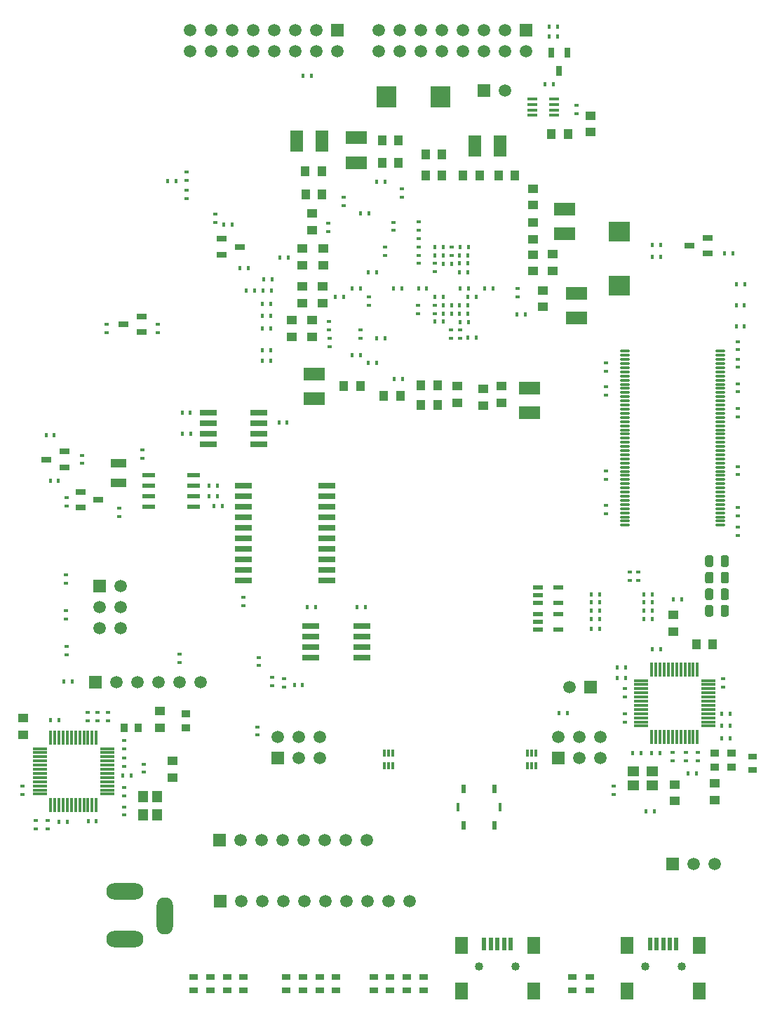
<source format=gbr>
G04 #@! TF.GenerationSoftware,KiCad,Pcbnew,(5.1.6)-1*
G04 #@! TF.CreationDate,2020-09-23T13:58:02+03:00*
G04 #@! TF.ProjectId,Cryptech Alpha,43727970-7465-4636-9820-416c7068612e,rev?*
G04 #@! TF.SameCoordinates,Original*
G04 #@! TF.FileFunction,Paste,Top*
G04 #@! TF.FilePolarity,Positive*
%FSLAX46Y46*%
G04 Gerber Fmt 4.6, Leading zero omitted, Abs format (unit mm)*
G04 Created by KiCad (PCBNEW (5.1.6)-1) date 2020-09-23 13:58:02*
%MOMM*%
%LPD*%
G01*
G04 APERTURE LIST*
%ADD10R,1.219200X0.508000*%
%ADD11R,0.450000X1.016000*%
%ADD12R,0.609600X1.016000*%
%ADD13R,1.000000X0.800000*%
%ADD14C,1.500000*%
%ADD15R,1.500000X1.500000*%
%ADD16R,0.450000X0.600000*%
%ADD17R,0.600000X0.450000*%
%ADD18R,1.200000X1.000000*%
%ADD19R,1.244600X0.406400*%
%ADD20R,1.550000X0.600000*%
%ADD21R,2.032000X0.660400*%
%ADD22O,1.200000X0.300000*%
%ADD23R,1.800000X0.300000*%
%ADD24R,0.300000X1.800000*%
%ADD25O,2.000000X4.500000*%
%ADD26O,4.500000X2.000000*%
%ADD27C,1.016000*%
%ADD28R,1.600000X2.000000*%
%ADD29R,0.600000X1.600000*%
%ADD30R,1.905000X1.117600*%
%ADD31R,0.300000X0.850000*%
%ADD32R,2.600000X2.400000*%
%ADD33R,2.400000X2.600000*%
%ADD34R,1.000000X0.900000*%
%ADD35R,0.900000X1.000000*%
%ADD36R,1.193800X1.397000*%
%ADD37R,1.397000X1.193800*%
%ADD38R,1.200000X0.800000*%
%ADD39R,0.800000X1.200000*%
%ADD40R,2.600000X1.600000*%
%ADD41R,1.600000X2.600000*%
%ADD42R,1.000000X1.200000*%
G04 APERTURE END LIST*
D10*
X72319200Y28639800D03*
X72319200Y26760200D03*
X69880800Y26760200D03*
X69880800Y27700000D03*
X69880800Y28639800D03*
X72319200Y31839800D03*
X72319200Y29960200D03*
X69880800Y29960200D03*
X69880800Y30900000D03*
X69880800Y31839800D03*
D11*
X65317000Y5360800D03*
X60265000Y5360800D03*
D12*
X60945800Y7560800D03*
X60945800Y3151000D03*
X64650000Y3151000D03*
X64650000Y7560800D03*
G36*
G01*
X91050000Y31456250D02*
X91050000Y30543750D01*
G75*
G02*
X90806250Y30300000I-243750J0D01*
G01*
X90318750Y30300000D01*
G75*
G02*
X90075000Y30543750I0J243750D01*
G01*
X90075000Y31456250D01*
G75*
G02*
X90318750Y31700000I243750J0D01*
G01*
X90806250Y31700000D01*
G75*
G02*
X91050000Y31456250I0J-243750D01*
G01*
G37*
G36*
G01*
X92925000Y31456250D02*
X92925000Y30543750D01*
G75*
G02*
X92681250Y30300000I-243750J0D01*
G01*
X92193750Y30300000D01*
G75*
G02*
X91950000Y30543750I0J243750D01*
G01*
X91950000Y31456250D01*
G75*
G02*
X92193750Y31700000I243750J0D01*
G01*
X92681250Y31700000D01*
G75*
G02*
X92925000Y31456250I0J-243750D01*
G01*
G37*
G36*
G01*
X91050000Y29456250D02*
X91050000Y28543750D01*
G75*
G02*
X90806250Y28300000I-243750J0D01*
G01*
X90318750Y28300000D01*
G75*
G02*
X90075000Y28543750I0J243750D01*
G01*
X90075000Y29456250D01*
G75*
G02*
X90318750Y29700000I243750J0D01*
G01*
X90806250Y29700000D01*
G75*
G02*
X91050000Y29456250I0J-243750D01*
G01*
G37*
G36*
G01*
X92925000Y29456250D02*
X92925000Y28543750D01*
G75*
G02*
X92681250Y28300000I-243750J0D01*
G01*
X92193750Y28300000D01*
G75*
G02*
X91950000Y28543750I0J243750D01*
G01*
X91950000Y29456250D01*
G75*
G02*
X92193750Y29700000I243750J0D01*
G01*
X92681250Y29700000D01*
G75*
G02*
X92925000Y29456250I0J-243750D01*
G01*
G37*
G36*
G01*
X91050000Y33456250D02*
X91050000Y32543750D01*
G75*
G02*
X90806250Y32300000I-243750J0D01*
G01*
X90318750Y32300000D01*
G75*
G02*
X90075000Y32543750I0J243750D01*
G01*
X90075000Y33456250D01*
G75*
G02*
X90318750Y33700000I243750J0D01*
G01*
X90806250Y33700000D01*
G75*
G02*
X91050000Y33456250I0J-243750D01*
G01*
G37*
G36*
G01*
X92925000Y33456250D02*
X92925000Y32543750D01*
G75*
G02*
X92681250Y32300000I-243750J0D01*
G01*
X92193750Y32300000D01*
G75*
G02*
X91950000Y32543750I0J243750D01*
G01*
X91950000Y33456250D01*
G75*
G02*
X92193750Y33700000I243750J0D01*
G01*
X92681250Y33700000D01*
G75*
G02*
X92925000Y33456250I0J-243750D01*
G01*
G37*
G36*
G01*
X91050000Y35456250D02*
X91050000Y34543750D01*
G75*
G02*
X90806250Y34300000I-243750J0D01*
G01*
X90318750Y34300000D01*
G75*
G02*
X90075000Y34543750I0J243750D01*
G01*
X90075000Y35456250D01*
G75*
G02*
X90318750Y35700000I243750J0D01*
G01*
X90806250Y35700000D01*
G75*
G02*
X91050000Y35456250I0J-243750D01*
G01*
G37*
G36*
G01*
X92925000Y35456250D02*
X92925000Y34543750D01*
G75*
G02*
X92681250Y34300000I-243750J0D01*
G01*
X92193750Y34300000D01*
G75*
G02*
X91950000Y34543750I0J243750D01*
G01*
X91950000Y35456250D01*
G75*
G02*
X92193750Y35700000I243750J0D01*
G01*
X92681250Y35700000D01*
G75*
G02*
X92925000Y35456250I0J-243750D01*
G01*
G37*
D13*
X95800000Y9800000D03*
X95800000Y11400000D03*
D14*
X73730000Y19800000D03*
D15*
X76270000Y19800000D03*
D16*
X76300000Y29000000D03*
X77300000Y29000000D03*
X77300000Y28000000D03*
X76300000Y28000000D03*
D17*
X81000000Y33700000D03*
X81000000Y32700000D03*
D16*
X83700000Y28000000D03*
X82700000Y28000000D03*
D17*
X82000000Y32700000D03*
X82000000Y33700000D03*
D16*
X82700000Y29000000D03*
X83700000Y29000000D03*
X82700000Y30000000D03*
X83700000Y30000000D03*
X76300000Y31000000D03*
X77300000Y31000000D03*
X77300000Y30000000D03*
X76300000Y30000000D03*
X83700000Y31000000D03*
X82700000Y31000000D03*
X86200000Y30400000D03*
X87200000Y30400000D03*
D18*
X86200000Y28500000D03*
X86200000Y26500000D03*
D19*
X69200000Y90725000D03*
X69200000Y90075000D03*
X69200000Y89419800D03*
X69200000Y88759400D03*
X71820800Y88759400D03*
X71820800Y89419800D03*
X71820800Y90075000D03*
X71820800Y90725000D03*
D20*
X22882200Y45355000D03*
X22882200Y44085000D03*
X22882200Y42815000D03*
X22882200Y41545000D03*
X28292400Y41545000D03*
X28292400Y42815000D03*
X28292400Y44085000D03*
X28292400Y45355000D03*
D21*
X36228600Y49123000D03*
X30081800Y49123000D03*
X36228600Y50393000D03*
X36228600Y51663000D03*
X30081800Y50393000D03*
X30081800Y51663000D03*
X36228600Y52933000D03*
X30081800Y52933000D03*
X48610200Y23378200D03*
X42463400Y23378200D03*
X48610200Y24648200D03*
X48610200Y25918200D03*
X42463400Y24648200D03*
X42463400Y25918200D03*
X48610200Y27188200D03*
X42463400Y27188200D03*
D14*
X29133790Y20421600D03*
X26593790Y20421600D03*
X24053790Y20421600D03*
X21513790Y20421600D03*
X18973790Y20421600D03*
D15*
X16433790Y20421600D03*
D14*
X36580000Y-6000000D03*
X54360000Y-6000000D03*
X51820000Y-6000000D03*
X49280000Y-6000000D03*
X46740000Y-6000000D03*
X44200000Y-6000000D03*
X41660000Y-6000000D03*
X39120000Y-6000000D03*
X34040000Y-6000000D03*
D15*
X31500000Y-6000000D03*
D22*
X91920400Y39326400D03*
X91920400Y39826400D03*
X91920400Y40326400D03*
X91920400Y40826400D03*
X91920400Y41326400D03*
X91920400Y41826400D03*
X91920400Y42326400D03*
X91920400Y42826400D03*
X91920400Y43326400D03*
X91920400Y43826400D03*
X91920400Y44326400D03*
X91920400Y44826400D03*
X91920400Y45326400D03*
X91920400Y45826400D03*
X91920400Y46326400D03*
X91920400Y46826400D03*
X91920400Y47326400D03*
X91920400Y47826400D03*
X91920400Y48326400D03*
X91920400Y48826400D03*
X91920400Y49326400D03*
X91920400Y49826400D03*
X91920400Y50326400D03*
X91920400Y50826400D03*
X91920400Y51326400D03*
X91920400Y51826400D03*
X91920400Y52326400D03*
X91920400Y52826400D03*
X91920400Y53326400D03*
X91920400Y53826400D03*
X91920400Y54326400D03*
X91920400Y54826400D03*
X91920400Y55326400D03*
X91920400Y55826400D03*
X91920400Y56326400D03*
X91920400Y56826400D03*
X91920400Y57326400D03*
X91920400Y57826400D03*
X91920400Y58326400D03*
X91920400Y58826400D03*
X91920400Y59326400D03*
X91920400Y59826400D03*
X91920400Y60326400D03*
X80420400Y39326400D03*
X80420400Y39826400D03*
X80420400Y40326400D03*
X80420400Y40826400D03*
X80420400Y41326400D03*
X80420400Y41826400D03*
X80420400Y42326400D03*
X80420400Y42826400D03*
X80420400Y43326400D03*
X80420400Y43826400D03*
X80420400Y44326400D03*
X80420400Y44826400D03*
X80420400Y45326400D03*
X80420400Y45826400D03*
X80420400Y46326400D03*
X80420400Y46826400D03*
X80420400Y47326400D03*
X80420400Y47826400D03*
X80420400Y48326400D03*
X80420400Y48826400D03*
X80420400Y49326400D03*
X80420400Y49826400D03*
X80420400Y50326400D03*
X80420400Y50826400D03*
X80420400Y51326400D03*
X80420400Y51826400D03*
X80420400Y52326400D03*
X80420400Y52826400D03*
X80420400Y53326400D03*
X80420400Y53826400D03*
X80420400Y54326400D03*
X80420400Y54826400D03*
X80420400Y55326400D03*
X80420400Y55826400D03*
X80420400Y56326400D03*
X80420400Y56826400D03*
X80420400Y57326400D03*
X80420400Y57826400D03*
X80420400Y58326400D03*
X80420400Y58826400D03*
X80420400Y59326400D03*
X80420400Y59826400D03*
X80420400Y60326400D03*
D21*
X34326800Y44067400D03*
X34326800Y42797400D03*
X44385200Y44067400D03*
X44385200Y42797400D03*
X34326800Y32637400D03*
X34326800Y33907400D03*
X34326800Y35177400D03*
X34326800Y36447400D03*
X34326800Y37717400D03*
X34326800Y38987400D03*
X34326800Y40257400D03*
X34326800Y41527400D03*
X44385200Y41527400D03*
X44385200Y40257400D03*
X44385200Y38987400D03*
X44385200Y37717400D03*
X44385200Y36447400D03*
X44385200Y35177400D03*
X44385200Y33907400D03*
X44385200Y32637400D03*
D23*
X17868600Y6886000D03*
X17868600Y7386000D03*
X17868600Y7886000D03*
X17868600Y8386000D03*
X17868600Y8886000D03*
X17868600Y9386000D03*
X17868600Y9886000D03*
X17868600Y10386000D03*
X17868600Y10886000D03*
X17868600Y11386000D03*
X17868600Y11886000D03*
X17868600Y12386000D03*
D24*
X16568600Y13686000D03*
X16068600Y13686000D03*
X15568600Y13686000D03*
X15068600Y13686000D03*
X14568600Y13686000D03*
X14068600Y13686000D03*
X13568600Y13686000D03*
X13068600Y13686000D03*
X12568600Y13686000D03*
X12068600Y13686000D03*
X11568600Y13686000D03*
X11068600Y13686000D03*
D23*
X9768600Y12386000D03*
X9768600Y11886000D03*
X9768600Y11386000D03*
X9768600Y10886000D03*
X9768600Y10386000D03*
X9768600Y9886000D03*
X9768600Y9386000D03*
X9768600Y8886000D03*
X9768600Y8386000D03*
X9768600Y7886000D03*
X9768600Y7386000D03*
X9768600Y6886000D03*
D24*
X11068600Y5586000D03*
X11568600Y5586000D03*
X12068600Y5586000D03*
X12568600Y5586000D03*
X13068600Y5586000D03*
X13568600Y5586000D03*
X14068600Y5586000D03*
X14568600Y5586000D03*
X15068600Y5586000D03*
X15568600Y5586000D03*
X16068600Y5586000D03*
X16568600Y5586000D03*
X83635400Y13799600D03*
X84135400Y13799600D03*
X84635400Y13799600D03*
X85135400Y13799600D03*
X85635400Y13799600D03*
X86135400Y13799600D03*
X86635400Y13799600D03*
X87135400Y13799600D03*
X87635400Y13799600D03*
X88135400Y13799600D03*
X88635400Y13799600D03*
X89135400Y13799600D03*
D23*
X90435400Y15099600D03*
X90435400Y15599600D03*
X90435400Y16099600D03*
X90435400Y16599600D03*
X90435400Y17099600D03*
X90435400Y17599600D03*
X90435400Y18099600D03*
X90435400Y18599600D03*
X90435400Y19099600D03*
X90435400Y19599600D03*
X90435400Y20099600D03*
X90435400Y20599600D03*
D24*
X89135400Y21899600D03*
X88635400Y21899600D03*
X88135400Y21899600D03*
X87635400Y21899600D03*
X87135400Y21899600D03*
X86635400Y21899600D03*
X86135400Y21899600D03*
X85635400Y21899600D03*
X85135400Y21899600D03*
X84635400Y21899600D03*
X84135400Y21899600D03*
X83635400Y21899600D03*
D23*
X82335400Y20599600D03*
X82335400Y20099600D03*
X82335400Y19599600D03*
X82335400Y19099600D03*
X82335400Y18599600D03*
X82335400Y18099600D03*
X82335400Y17599600D03*
X82335400Y17099600D03*
X82335400Y16599600D03*
X82335400Y16099600D03*
X82335400Y15599600D03*
X82335400Y15099600D03*
D25*
X24800000Y-7800000D03*
D26*
X20000000Y-10600000D03*
X20000000Y-4800000D03*
D27*
X62800000Y-13884000D03*
X67209800Y-13884000D03*
D28*
X60660000Y-11394800D03*
D29*
X63400000Y-11200000D03*
X64200000Y-11200000D03*
X65000000Y-11200000D03*
X65800000Y-11200000D03*
X66600200Y-11200000D03*
D28*
X60660000Y-16900000D03*
X69360000Y-11394800D03*
X69360000Y-16900000D03*
D27*
X82800000Y-13884000D03*
X87209800Y-13884000D03*
D28*
X80660000Y-11394800D03*
D29*
X83400000Y-11200000D03*
X84200000Y-11200000D03*
X85000000Y-11200000D03*
X85800000Y-11200000D03*
X86600200Y-11200000D03*
D28*
X80660000Y-16900000D03*
X89360000Y-11394800D03*
X89360000Y-16900000D03*
D14*
X91219330Y-1500000D03*
X88679330Y-1500000D03*
D15*
X86139330Y-1500000D03*
D14*
X65916800Y91744800D03*
D15*
X63376800Y91744800D03*
X68472990Y99034600D03*
D14*
X68472990Y96494600D03*
X65932990Y99034600D03*
X65932990Y96494600D03*
X63392990Y99034600D03*
X63392990Y96494600D03*
X60852990Y99034600D03*
X60852990Y96494600D03*
X58312990Y99034600D03*
X58312990Y96494600D03*
X55772990Y99034600D03*
X55772990Y96494600D03*
X53232990Y99034600D03*
X53232990Y96494600D03*
X50692990Y99034600D03*
X50692990Y96494600D03*
D15*
X45689190Y99034600D03*
D14*
X45689190Y96494600D03*
X43149190Y99034600D03*
X43149190Y96494600D03*
X40609190Y99034600D03*
X40609190Y96494600D03*
X38069190Y99034600D03*
X38069190Y96494600D03*
X35529190Y99034600D03*
X35529190Y96494600D03*
X32989190Y99034600D03*
X32989190Y96494600D03*
X30449190Y99034600D03*
X30449190Y96494600D03*
X27909190Y99034600D03*
X27909190Y96494600D03*
D15*
X38506390Y11252200D03*
D14*
X38506390Y13792200D03*
X41046390Y11252200D03*
X41046390Y13792200D03*
X43586390Y11252200D03*
X43586390Y13792200D03*
D15*
X72364590Y11252200D03*
D14*
X72364590Y13792200D03*
X74904590Y11252200D03*
X74904590Y13792200D03*
X77444590Y11252200D03*
X77444590Y13792200D03*
D15*
X16980000Y32015000D03*
D14*
X19520000Y32015000D03*
X16980000Y29475000D03*
X19520000Y29475000D03*
X16980000Y26935000D03*
X19520000Y26935000D03*
X49190000Y1300000D03*
D15*
X31410000Y1300000D03*
D14*
X33950000Y1300000D03*
X36490000Y1300000D03*
X39030000Y1300000D03*
X41570000Y1300000D03*
X44110000Y1300000D03*
X46650000Y1300000D03*
D13*
X45514200Y-16800000D03*
X45514200Y-15200000D03*
X41514190Y-16800000D03*
X41514190Y-15200000D03*
X39514190Y-16800000D03*
X39514190Y-15200000D03*
X43514200Y-16800000D03*
X43514200Y-15200000D03*
X34350000Y-16800000D03*
X34350000Y-15200000D03*
X30350000Y-16800000D03*
X30350000Y-15200000D03*
X28350000Y-16800000D03*
X28350000Y-15200000D03*
X32350000Y-16800000D03*
X32350000Y-15200000D03*
X74000000Y-16800000D03*
X74000000Y-15200000D03*
X52050000Y-16800000D03*
X52050000Y-15200000D03*
X56050000Y-16800000D03*
X56050000Y-15200000D03*
X54050000Y-16800000D03*
X54050000Y-15200000D03*
X50050000Y-16800000D03*
X50050000Y-15200000D03*
X76132250Y-16800000D03*
X76132250Y-15200000D03*
D30*
X19275000Y46819200D03*
X19275000Y44400000D03*
D31*
X52316000Y10349400D03*
X51816000Y10349400D03*
X51316000Y10349400D03*
X51316000Y11799400D03*
X51816000Y11799400D03*
X52316000Y11799400D03*
X69613400Y10349400D03*
X69113400Y10349400D03*
X68613400Y10349400D03*
X68613400Y11799400D03*
X69113400Y11799400D03*
X69613400Y11799400D03*
D32*
X79705200Y74751000D03*
X79705200Y68251000D03*
D33*
X51625400Y90997000D03*
X58125400Y90997000D03*
D34*
X27351200Y14872600D03*
X27351200Y16572600D03*
D35*
X21602800Y14919200D03*
X19902800Y14919200D03*
D34*
X93218000Y10116200D03*
X93218000Y11816200D03*
X91186000Y10116200D03*
X91186000Y11816200D03*
D36*
X23938600Y6617600D03*
X23938600Y4407800D03*
X22236800Y4407800D03*
X22236800Y6617600D03*
D37*
X83642600Y7936400D03*
X81432800Y7936400D03*
X81432800Y9638200D03*
X83642600Y9638200D03*
D38*
X22080400Y62600800D03*
X22080400Y64500800D03*
X19880400Y63550800D03*
X12707800Y46319400D03*
X12707800Y48219400D03*
X10507800Y47269400D03*
X31716800Y73873400D03*
X31716800Y71973400D03*
X33916800Y72923400D03*
D39*
X73402000Y96338800D03*
X71502000Y96338800D03*
X72452000Y94138800D03*
D38*
X90406400Y72100400D03*
X90406400Y74000400D03*
X88206400Y73050400D03*
X14639800Y43360600D03*
X14639800Y41460600D03*
X16839800Y42410600D03*
D40*
X47929800Y86056600D03*
X47929800Y83056600D03*
X42849800Y54591350D03*
X42849800Y57591350D03*
X74523600Y64311400D03*
X74523600Y67311400D03*
D41*
X62279400Y85064600D03*
X65279400Y85064600D03*
D40*
X68834000Y52883000D03*
X68834000Y55883000D03*
X73075800Y74471400D03*
X73075800Y77471400D03*
D41*
X40791000Y85699600D03*
X43791000Y85699600D03*
D17*
X74500000Y90000000D03*
X74500000Y89000000D03*
D16*
X70750000Y92500000D03*
X71750000Y92500000D03*
X13625000Y20450000D03*
X12625000Y20450000D03*
D17*
X26600000Y22800000D03*
X26600000Y23800000D03*
X37800000Y20000000D03*
X37800000Y21000000D03*
X39200000Y19800000D03*
X39200000Y20800000D03*
X94056200Y39108000D03*
X94056200Y38108000D03*
X78105000Y41727400D03*
X78105000Y40727400D03*
X94056200Y56405400D03*
X94056200Y55405400D03*
X78105000Y57894600D03*
X78105000Y58894600D03*
X94056200Y46423200D03*
X94056200Y45423200D03*
X78105000Y55024400D03*
X78105000Y56024400D03*
X94056200Y60493400D03*
X94056200Y61493400D03*
X94056200Y40495600D03*
X94056200Y41495600D03*
X94056200Y59377200D03*
X94056200Y58377200D03*
X78105000Y44864400D03*
X78105000Y45864400D03*
X94056200Y53408200D03*
X94056200Y52408200D03*
D16*
X38600000Y51675000D03*
X39600000Y51675000D03*
D17*
X22100000Y48375000D03*
X22100000Y47375000D03*
X19300000Y40400000D03*
X19300000Y41400000D03*
X10719800Y3684400D03*
X10719800Y2684400D03*
X19889200Y4360800D03*
X19889200Y5360800D03*
X9297400Y3684400D03*
X9297400Y2684400D03*
X19889200Y7697600D03*
X19889200Y6697600D03*
X22325000Y9525000D03*
X22325000Y10525000D03*
X19889200Y10228200D03*
X19889200Y11228200D03*
D16*
X12048600Y3565400D03*
X13048600Y3565400D03*
X15579200Y3590800D03*
X16579200Y3590800D03*
D17*
X19889200Y13336400D03*
X19889200Y12336400D03*
D16*
X11032600Y15782800D03*
X12032600Y15782800D03*
X80459200Y20897600D03*
X79459200Y20897600D03*
X81300000Y11825000D03*
X82300000Y11825000D03*
X80425000Y22150000D03*
X79425000Y22150000D03*
X84599400Y11829800D03*
X83599400Y11829800D03*
D17*
X86131400Y11923400D03*
X86131400Y10923400D03*
X87782400Y11923400D03*
X87782400Y10923400D03*
X80391000Y16597000D03*
X80391000Y15597000D03*
X89230200Y11923400D03*
X89230200Y10923400D03*
X92202000Y20813400D03*
X92202000Y19813400D03*
X80391000Y19619600D03*
X80391000Y18619600D03*
D16*
X55456200Y67894200D03*
X56456200Y67894200D03*
D17*
X34352200Y30648200D03*
X34352200Y29648200D03*
D16*
X48050000Y29475000D03*
X49050000Y29475000D03*
X42500000Y93500000D03*
X41500000Y93500000D03*
X61434600Y69875400D03*
X60434600Y69875400D03*
X58437400Y72898000D03*
X57437400Y72898000D03*
X60434600Y70916800D03*
X61434600Y70916800D03*
X60460000Y63855600D03*
X61460000Y63855600D03*
X57437400Y71907400D03*
X58437400Y71907400D03*
X57462800Y66903600D03*
X58462800Y66903600D03*
D17*
X57454800Y69908800D03*
X57454800Y70908800D03*
D16*
X60460000Y67894200D03*
X61460000Y67894200D03*
X61450600Y66878200D03*
X62450600Y66878200D03*
X60434600Y65887600D03*
X61434600Y65887600D03*
D17*
X55473600Y70899400D03*
X55473600Y71899400D03*
D16*
X58478800Y65887600D03*
X59478800Y65887600D03*
D17*
X55473600Y72906000D03*
X55473600Y73906000D03*
D16*
X59453400Y64846200D03*
X58453400Y64846200D03*
X58453400Y70891400D03*
X59453400Y70891400D03*
X61434600Y64846200D03*
X60434600Y64846200D03*
D17*
X57454800Y64879600D03*
X57454800Y65879600D03*
D16*
X58437400Y63881000D03*
X57437400Y63881000D03*
D17*
X55422800Y65879600D03*
X55422800Y64879600D03*
D16*
X61434600Y71907400D03*
X60434600Y71907400D03*
D17*
X59436000Y71890000D03*
X59436000Y72890000D03*
D16*
X60460000Y72898000D03*
X61460000Y72898000D03*
D17*
X48437800Y62882400D03*
X48437800Y61882400D03*
D16*
X47455200Y59867800D03*
X48455200Y59867800D03*
D17*
X53467000Y78925800D03*
X53467000Y79925800D03*
D16*
X62450600Y61924400D03*
X61450600Y61924400D03*
X50436400Y69875400D03*
X49436400Y69875400D03*
D17*
X55473600Y74912600D03*
X55473600Y75912600D03*
X44678600Y63898400D03*
X44678600Y62898400D03*
D16*
X53509800Y56997600D03*
X52509800Y56997600D03*
D17*
X52451000Y75887200D03*
X52451000Y74887200D03*
D16*
X67318000Y64744600D03*
X68318000Y64744600D03*
X53459000Y67919600D03*
X52459000Y67919600D03*
D17*
X46431200Y77909800D03*
X46431200Y78909800D03*
X49453800Y65895600D03*
X49453800Y66895600D03*
D16*
X50436400Y58902600D03*
X49436400Y58902600D03*
X49445800Y76911200D03*
X48445800Y76911200D03*
D17*
X60452000Y62907800D03*
X60452000Y61907800D03*
D16*
X47455200Y67894200D03*
X48455200Y67894200D03*
X50427000Y80797400D03*
X51427000Y80797400D03*
X64431800Y67894200D03*
X63431800Y67894200D03*
X51452400Y61899800D03*
X50452400Y61899800D03*
D17*
X51460400Y72890000D03*
X51460400Y71890000D03*
X67462400Y66886200D03*
X67462400Y67886200D03*
D16*
X46448600Y66878200D03*
X45448600Y66878200D03*
D17*
X44595460Y74771940D03*
X44595460Y75771940D03*
X24003000Y62593600D03*
X24003000Y63593600D03*
X14833600Y46769400D03*
X14833600Y47769400D03*
X30911800Y75827000D03*
X30911800Y76827000D03*
X36000000Y14000000D03*
X36000000Y15000000D03*
D16*
X72400000Y16700000D03*
X73400000Y16700000D03*
D42*
X73500000Y86500000D03*
X71500000Y86500000D03*
D18*
X76250000Y88750000D03*
X76250000Y86750000D03*
X25807400Y10890000D03*
X25807400Y8890000D03*
X24207200Y14884400D03*
X24207200Y16884400D03*
X7773400Y14071600D03*
X7773400Y16071600D03*
X86419000Y8066800D03*
X86419000Y6066800D03*
X91186000Y8207000D03*
X91186000Y6207000D03*
D42*
X91000000Y25000000D03*
X89000000Y25000000D03*
X51070000Y83007200D03*
X53070000Y83007200D03*
D18*
X43992800Y72678800D03*
X43992800Y70678800D03*
D42*
X51070000Y85725000D03*
X53070000Y85725000D03*
X60849000Y81559400D03*
X62849000Y81559400D03*
D18*
X60121800Y56118000D03*
X60121800Y54118000D03*
X71678800Y70018400D03*
X71678800Y72018400D03*
X43916600Y68106800D03*
X43916600Y66106800D03*
X41427400Y68106800D03*
X41427400Y66106800D03*
X69265800Y69967600D03*
X69265800Y71967600D03*
D42*
X58302400Y84023200D03*
X56302400Y84023200D03*
D18*
X70485000Y67649600D03*
X70485000Y65649600D03*
D42*
X57743600Y53797200D03*
X55743600Y53797200D03*
X58302400Y81559400D03*
X56302400Y81559400D03*
D18*
X41402000Y70678800D03*
X41402000Y72678800D03*
D42*
X57769000Y56184800D03*
X55769000Y56184800D03*
D18*
X63246000Y55742980D03*
X63246000Y53742980D03*
D42*
X43773600Y82067400D03*
X41773600Y82067400D03*
X43824400Y79273400D03*
X41824400Y79273400D03*
D18*
X40157400Y64042800D03*
X40157400Y62042800D03*
X42595800Y64042800D03*
X42595800Y62042800D03*
D42*
X53298600Y54914800D03*
X51298600Y54914800D03*
D18*
X69265800Y77943200D03*
X69265800Y79943200D03*
X65455800Y56118000D03*
X65455800Y54118000D03*
D42*
X65116200Y81559400D03*
X67116200Y81559400D03*
D18*
X42621200Y74920600D03*
X42621200Y76920600D03*
X69265800Y75828400D03*
X69265800Y73828400D03*
D42*
X46447200Y56083200D03*
X48447200Y56083200D03*
D17*
X27500000Y80900000D03*
X27500000Y81900000D03*
X27500000Y78700000D03*
X27500000Y79700000D03*
D16*
X26204800Y80830800D03*
X25204800Y80830800D03*
X71250000Y99500000D03*
X72250000Y99500000D03*
X72250000Y98250000D03*
X71250000Y98250000D03*
X40470200Y20040600D03*
X41470200Y20040600D03*
X26940200Y50393000D03*
X27940200Y50393000D03*
X26925000Y52900000D03*
X27925000Y52900000D03*
X31808600Y41629000D03*
X30808600Y41629000D03*
X31183200Y42799000D03*
X30183200Y42799000D03*
X31183200Y44094400D03*
X30183200Y44094400D03*
X19795600Y9153400D03*
X20795600Y9153400D03*
D17*
X7621000Y7875400D03*
X7621000Y6875400D03*
D16*
X88025000Y9400000D03*
X89025000Y9400000D03*
X84675600Y24384000D03*
X83675600Y24384000D03*
D17*
X36220400Y23385400D03*
X36220400Y22385400D03*
X79000000Y6875000D03*
X79000000Y7875000D03*
D16*
X38750000Y71575000D03*
X39750000Y71575000D03*
X84709000Y71729600D03*
X83709000Y71729600D03*
X35700000Y67650000D03*
X34700000Y67650000D03*
X93413200Y72110600D03*
X92413200Y72110600D03*
X94835600Y68402200D03*
X93835600Y68402200D03*
X94810200Y65862200D03*
X93810200Y65862200D03*
X94810200Y63347600D03*
X93810200Y63347600D03*
D17*
X12900000Y33325000D03*
X12900000Y32325000D03*
X12875000Y29050000D03*
X12875000Y28050000D03*
X13000000Y23700000D03*
X13000000Y24700000D03*
D16*
X43025000Y29475000D03*
X42025000Y29475000D03*
X84709000Y73126600D03*
X83709000Y73126600D03*
X36725000Y67650000D03*
X37725000Y67650000D03*
D17*
X44700000Y61850000D03*
X44700000Y60850000D03*
D16*
X36775000Y69025000D03*
X37775000Y69025000D03*
D17*
X17780000Y63593600D03*
X17780000Y62593600D03*
D16*
X10498200Y50165000D03*
X11498200Y50165000D03*
X11000000Y44700000D03*
X12000000Y44700000D03*
D17*
X12971200Y42656600D03*
X12971200Y41656600D03*
D16*
X83900000Y4800000D03*
X82900000Y4800000D03*
X77300000Y26800000D03*
X76300000Y26800000D03*
X36650000Y66000000D03*
X37650000Y66000000D03*
X36650000Y64560670D03*
X37650000Y64560670D03*
X36650000Y63050000D03*
X37650000Y63050000D03*
D17*
X16752300Y16740000D03*
X16752300Y15740000D03*
X15495000Y16740000D03*
X15495000Y15740000D03*
D16*
X93108400Y15131800D03*
X92108400Y15131800D03*
X93108400Y16605000D03*
X92108400Y16605000D03*
X92108400Y13633200D03*
X93108400Y13633200D03*
D17*
X18009600Y15740000D03*
X18009600Y16740000D03*
X59400000Y61900000D03*
X59400000Y62900000D03*
D16*
X36591000Y59175700D03*
X37591000Y59175700D03*
X37591000Y60407600D03*
X36591000Y60407600D03*
X32975000Y75625000D03*
X31975000Y75625000D03*
X33917000Y70358000D03*
X34917000Y70358000D03*
M02*

</source>
